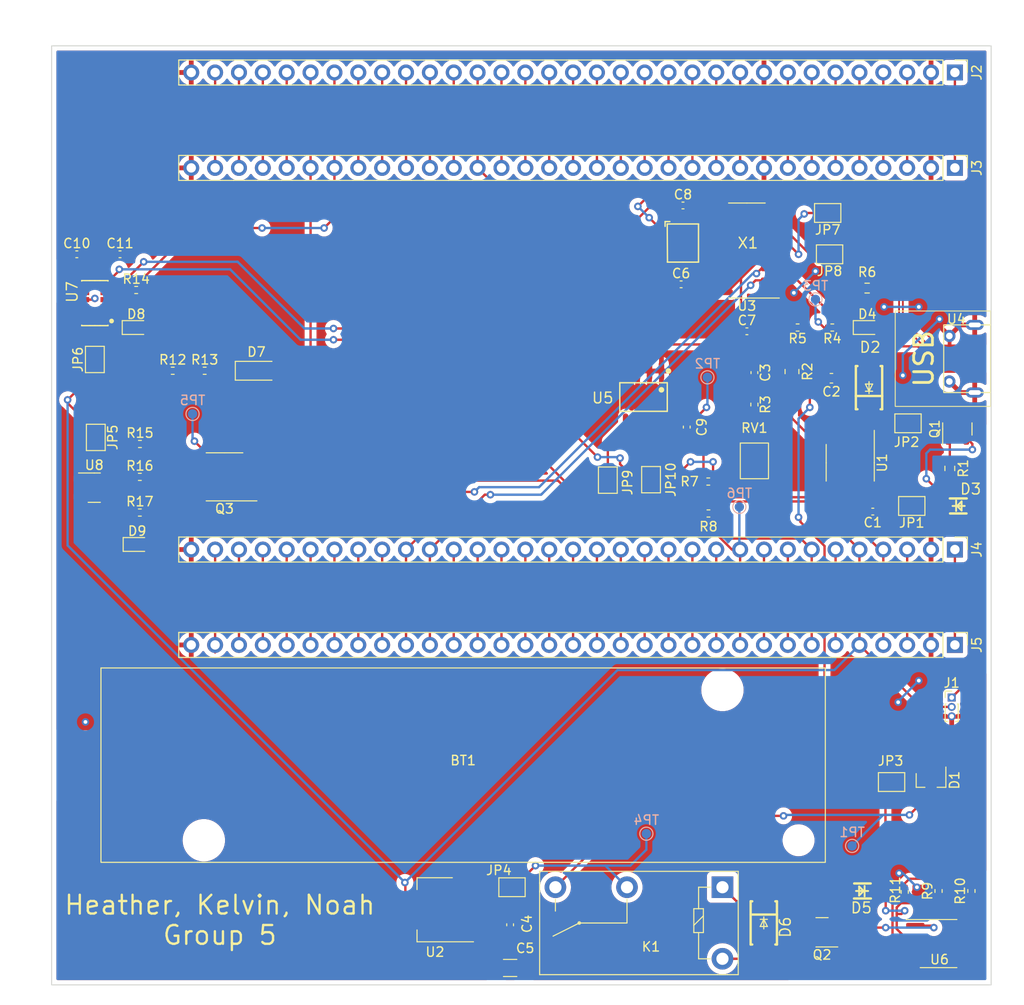
<source format=kicad_pcb>
(kicad_pcb (version 20211014) (generator pcbnew)
  (layers (0 "F.Cu" signal) (31 "B.Cu" signal) (34 "B.Paste" user) (35 "F.Paste" user) (36 "B.SilkS" user "B.Silkscreen") (37 "F.SilkS" user "F.Silkscreen") (38 "B.Mask" user) (39 "F.Mask" user) (44 "Edge.Cuts" user))
  (net 0 "")
  (net 1 "GND")
  (net 2 "/VBAT")
  (net 3 "/PC13")
  (net 4 "/PC14")
  (net 5 "/PC15")
  (net 6 "/PF0")
  (net 7 "/PF1")
  (net 8 "/NRST")
  (net 9 "/PC0")
  (net 10 "/PC1")
  (net 11 "/PC2")
  (net 12 "/PC3")
  (net 13 "/PA0")
  (net 14 "/PA1")
  (net 15 "/PA2")
  (net 16 "/PA3")
  (net 17 "/PF4")
  (net 18 "/PF5")
  (net 19 "/PA4")
  (net 20 "/PA5")
  (net 21 "/PA6")
  (net 22 "/PA7")
  (net 23 "/PC4")
  (net 24 "/PC5")
  (net 25 "/PB0")
  (net 26 "/PB1")
  (net 27 "/PB2")
  (net 28 "/PB10")
  (net 29 "/PB11")
  (net 30 "/PB12")
  (net 31 "/PB9")
  (net 32 "/PB8")
  (net 33 "VDD")
  (net 34 "/BOOT")
  (net 35 "/PB7")
  (net 36 "/PB6")
  (net 37 "/PB5")
  (net 38 "/PB4")
  (net 39 "/PB3")
  (net 40 "/PD2")
  (net 41 "/PC12")
  (net 42 "/PC11")
  (net 43 "/PC10")
  (net 44 "/PA15")
  (net 45 "/PA14")
  (net 46 "/PF7")
  (net 47 "/PF6")
  (net 48 "/PA13")
  (net 49 "/PA12")
  (net 50 "/PA11")
  (net 51 "/PA10")
  (net 52 "/PA9")
  (net 53 "/PA8")
  (net 54 "/PC9")
  (net 55 "/PC8")
  (net 56 "/PC7")
  (net 57 "/PC6")
  (net 58 "/PB15")
  (net 59 "/PB14")
  (net 60 "/PB13")
  (net 61 "/Power/Battery +")
  (net 62 "/Power/+5V jumped")
  (net 63 "Net-(C2-Pad1)")
  (net 64 "Net-(C3-Pad2)")
  (net 65 "/microcontroller_interfacing/+5V")
  (net 66 "Net-(C6-Pad1)")
  (net 67 "/Sensing/Proximity_Sensor/VCC")
  (net 68 "/Power/+5V (protected_jumped)")
  (net 69 "/Power/+5V (REVERSE PROTECTED)")
  (net 70 "Net-(D1-Pad2)")
  (net 71 "/Power/+5V (INPUT PROTECTED)")
  (net 72 "Net-(D4-Pad1)")
  (net 73 "Net-(D5-Pad1)")
  (net 74 "/+3V0")
  (net 75 "/+5V")
  (net 76 "/Power/Relay_OUT")
  (net 77 "/Sensing/Temperature_Sensor/3.3V")
  (net 78 "/microcontroller_interfacing/D+")
  (net 79 "/microcontroller_interfacing/D-")
  (net 80 "/Sensing/Temperature_Sensor/Vdd")
  (net 92 "Net-(C8-Pad1)")
  (net 93 "Net-(D3-Pad2)")
  (net 94 "Net-(D6-Pad1)")
  (net 95 "Net-(D7-Pad1)")
  (net 96 "Net-(D8-Pad2)")
  (net 97 "Net-(D9-Pad2)")
  (net 98 "Net-(JP2-Pad2)")
  (net 99 "Net-(JP7-Pad2)")
  (net 100 "Net-(JP8-Pad2)")
  (net 101 "Net-(JP9-Pad1)")
  (net 102 "Net-(JP10-Pad1)")
  (net 103 "Net-(Q2-Pad2)")
  (net 109 "Net-(R3-Pad2)")
  (net 110 "Net-(R10-Pad2)")
  (net 111 "Net-(R12-Pad2)")
  (net 112 "Net-(R15-Pad2)")
  (footprint "Package_SO:SOIC-16_3.9x9.9mm_P1.27mm" (layer "F.Cu") (at 158.2 85 180)
    (fp_text reference "U3")
    (fp_text value "CH340G")
  )
  (footprint "Footprint_EEE3088F:18650_Holder" (layer "F.Cu") (at 128 139.8)
    (fp_text reference "BT1")
    (fp_text value "18650")
  )
  (footprint "Jumper:SolderJumper-2_P1.3mm_Bridged2Bar_Pad1.0x1.5mm" (layer "F.Cu") (at 88.9 104.9 -90)
    (fp_text reference "JP5")
    (fp_text value "SolderJumper_2_Bridged")
  )
  (footprint "Diode_SMD:D_SOT-23_ANK" (layer "F.Cu") (at 177.8 141.4 -90)
    (fp_text reference "D1")
    (fp_text value "BAT54S")
  )
  (footprint "Capacitor_SMD:C_0402_1005Metric" (layer "F.Cu") (at 86.88 85.4)
    (fp_text reference "C10")
    (fp_text value "100nF")
  )
  (footprint "Resistor_SMD:R_0402_1005Metric" (layer "F.Cu") (at 93.6 105.6)
    (fp_text reference "R15")
    (fp_text value "330")
  )
  (footprint "Resistor_SMD:R_0603_1608Metric" (layer "F.Cu") (at 179.8 108.2 -90)
    (fp_text reference "R1")
    (fp_text value "100")
  )
  (footprint "Jumper:SolderJumper-2_P1.3mm_Bridged2Bar_Pad1.0x1.5mm" (layer "F.Cu") (at 166.8 81 180)
    (fp_text reference "JP7")
    (fp_text value "SolderJumper_2_Bridged")
  )
  (footprint "Package_TO_SOT_SMD:SOT-23" (layer "F.Cu") (at 180.6 104 90)
    (fp_text reference "Q1")
    (fp_text value "AO3401A")
  )
  (footprint "Footprint_EEE3088F:LGA-12_L4.8-W2.8-P0.75-BL" (layer "F.Cu") (at 88.8 90.6 90)
    (fp_text reference "U7")
    (fp_text value "VL6180XV0NR_1" hide)
  )
  (footprint "Footprint_EEE3088F:C404969_Micro_USB" (layer "F.Cu") (at 184.15 96.52 -90)
    (fp_text reference "U4")
    (fp_text value "USB_Micro_B")
  )
  (footprint "Resistor_SMD:R_0402_1005Metric" (layer "F.Cu") (at 154.09 109.6)
    (fp_text reference "R7")
    (fp_text value "10k")
  )
  (footprint "Capacitor_SMD:C_0603_1608Metric" (layer "F.Cu") (at 167.2 98.6 180)
    (fp_text reference "C2")
    (fp_text value "22uF")
  )
  (footprint "Resistor_SMD:R_0402_1005Metric" (layer "F.Cu") (at 167.29 93.2 180)
    (fp_text reference "R4")
    (fp_text value "2.7k")
  )
  (footprint "Capacitor_SMD:C_0402_1005Metric" (layer "F.Cu") (at 151.2 88.6)
    (fp_text reference "C6")
    (fp_text value "33pF")
  )
  (footprint "Jumper:SolderJumper-2_P1.3mm_Bridged2Bar_Pad1.0x1.5mm" (layer "F.Cu") (at 148 109.4 -90)
    (fp_text reference "JP10")
    (fp_text value "SolderJumper_2_Bridged")
  )
  (footprint "Diode_SMD:D_SOD-123" (layer "F.Cu") (at 106 97.8)
    (fp_text reference "D7")
    (fp_text value "BZT52C3V0")
  )
  (footprint "Package_SO:SOIC-8_3.9x4.9mm_P1.27mm" (layer "F.Cu") (at 169.2 107.6 -90)
    (fp_text reference "U1")
    (fp_text value "LP2951-33DR")
  )
  (footprint "Package_SO:SOIC-8_3.9x4.9mm_P1.27mm" (layer "F.Cu") (at 102.6 109.1 180)
    (fp_text reference "Q3")
    (fp_text value "FDS6690A")
  )
  (footprint "Resistor_SMD:R_0402_1005Metric" (layer "F.Cu") (at 93.59 112.9)
    (fp_text reference "R17")
    (fp_text value "10k")
  )
  (footprint "Resistor_SMD:R_0402_1005Metric" (layer "F.Cu") (at 97.09 97.8)
    (fp_text reference "R12")
    (fp_text value "330")
  )
  (footprint "Jumper:SolderJumper-2_P1.3mm_Bridged2Bar_Pad1.0x1.5mm" (layer "F.Cu") (at 167 85.4 180)
    (fp_text reference "JP8")
    (fp_text value "SolderJumper_2_Bridged")
  )
  (footprint "Jumper:SolderJumper-2_P1.3mm_Bridged2Bar_Pad1.0x1.5mm" (layer "F.Cu") (at 88.8 96.6 90)
    (fp_text reference "JP6")
    (fp_text value "SolderJumper_2_Bridged")
  )
  (footprint "Jumper:SolderJumper-2_P1.3mm_Bridged2Bar_Pad1.0x1.5mm" (layer "F.Cu") (at 143.4 109.45 -90)
    (fp_text reference "JP9")
    (fp_text value "SolderJumper_2_Bridged")
  )
  (footprint "Footprint_EEE3088F:LL-34_L3.5-W1.5-RD" (layer "F.Cu") (at 170.5 153.2 180)
    (fp_text reference "D5")
    (fp_text value "ZMM4V7-M" hide)
  )
  (footprint "Connector_PinHeader_2.54mm:PinHeader_1x33_P2.54mm_Vertical" (layer "F.Cu") (at 180.34 76.2 -90)
    (fp_text reference "J3")
    (fp_text value "Conn_01x33_Female")
  )
  (footprint "Package_TO_SOT_SMD:SOT-23" (layer "F.Cu") (at 88.7375 110.25)
    (fp_text reference "U8")
    (fp_text value "MCP9700T-ETT")
  )
  (footprint "Footprint_EEE3088F:DO-214AC_L4.3-W2.7-LS5.3-RD" (layer "F.Cu") (at 171.2 99.6 90)
    (fp_text reference "D2")
    (fp_text value "DIODE" hide)
  )
  (footprint "Resistor_SMD:R_0402_1005Metric" (layer "F.Cu") (at 163.6 93.2 180)
    (fp_text reference "R5")
    (fp_text value "4.7k")
  )
  (footprint "Resistor_SMD:R_0402_1005Metric" (layer "F.Cu") (at 159 101.4 -90)
    (fp_text reference "R3")
    (fp_text value "806K")
  )
  (footprint "Resistor_SMD:R_0402_1005Metric" (layer "F.Cu") (at 154.11 113 180)
    (fp_text reference "R8")
    (fp_text value "10k")
  )
  (footprint "Footprint_EEE3088F:DO-214AC_L4.3-W2.7-LS5.3-RD" (layer "F.Cu") (at 160 156.6 -90)
    (fp_text reference "D6")
    (fp_text value "DIODE" hide)
  )
  (footprint "LED_SMD:LED_0603_1608Metric" (layer "F.Cu") (at 93.2 93.2)
    (fp_text reference "D8")
    (fp_text value "LED")
  )
  (footprint "Package_SO:SOIC-8_3.9x4.9mm_P1.27mm" (layer "F.Cu") (at 178.6 158.8)
    (fp_text reference "U6")
    (fp_text value "LM358DR2G")
  )
  (footprint "Resistor_SMD:R_0402_1005Metric" (layer "F.Cu") (at 93.59 109.1)
    (fp_text reference "R16")
    (fp_text value "220")
  )
  (footprint "Relay_THT:Relay_SPST_Omron-G5Q-1A" (layer "F.Cu") (at 155.6 152.8 180)
    (fp_text reference "K1")
    (fp_text value "ADW11")
  )
  (footprint "Connector_PinHeader_2.54mm:PinHeader_1x33_P2.54mm_Vertical" (layer "F.Cu") (at 180.34 66.04 -90)
    (fp_text reference "J2")
    (fp_text value "Conn_01x33_Female")
  )
  (footprint "Capacitor_SMD:C_0402_1005Metric" (layer "F.Cu") (at 133 156.8 -90)
    (fp_text reference "C4")
    (fp_text value "0.1uF")
  )
  (footprint "Resistor_SMD:R_0603_1608Metric" (layer "F.Cu") (at 171 89)
    (fp_text reference "R6")
    (fp_text value "82")
  )
  (footprint "Jumper:SolderJumper-2_P1.3mm_Bridged2Bar_Pad1.0x1.5mm" (layer "F.Cu") (at 175.35 103.4)
    (fp_text reference "JP2")
    (fp_text value "SolderJumper_2_Bridged")
  )
  (footprint "Capacitor_SMD:C_1206_3216Metric" (layer "F.Cu") (at 133 161.4 180)
    (fp_text reference "C5")
    (fp_text value "100uF")
  )
  (footprint "LED_SMD:LED_0603_1608Metric" (layer "F.Cu") (at 93.3 116.3)
    (fp_text reference "D9")
    (fp_text value "LED")
  )
  (footprint "Package_TO_SOT_SMD:SOT-23" (layer "F.Cu") (at 166.2 157.6 180)
    (fp_text reference "Q2")
    (fp_text value "2N3904")
  )
  (footprint "Capacitor_SMD:C_0402_1005Metric" (layer "F.Cu") (at 91.48 85.4)
    (fp_text reference "C11")
    (fp_text value "4.7nF")
  )
  (footprint "Resistor_SMD:R_0402_1005Metric" (layer "F.Cu") (at 182.1 153.2 90)
    (fp_text reference "R10")
    (fp_text value "1k")
  )
  (footprint "Connector_PinHeader_2.54mm:PinHeader_1x33_P2.54mm_Vertical" (layer "F.Cu") (at 180.34 127 -90)
    (fp_text reference "J5")
    (fp_text value "Conn_01x33_Female")
  )
  (footprint "Footprint_EEE3088F:SOIC-8_L4.9-W3.9-P1.27-LS6.0-BL" (layer "F.Cu") (at 147.2 100.6 180)
    (fp_text reference "U5")
    (fp_text value "AT24C256C-SSHL-T" hide)
  )
  (footprint "Capacitor_SMD:C_0402_1005Metric" (layer "F.Cu") (at 159 98 -90)
    (fp_text reference "C3")
    (fp_text value "330pF")
  )
  (footprint "Footprint_EEE3088F:LL-34_L3.5-W1.5-RD" (layer "F.Cu") (at 180.7 112.2)
    (fp_text reference "D3")
    (fp_text value "ZMM5V1-M" hide)
  )
  (footprint "Jumper:SolderJumper-2_P1.3mm_Bridged2Bar_Pad1.0x1.5mm" (layer "F.Cu") (at 175.75 112.2 180)
    (fp_text reference "JP1")
    (fp_text value "SolderJumper_2_Bridged")
  )
  (footprint "Connector_PinHeader_2.54mm:PinHeader_1x33_P2.54mm_Vertical" (layer "F.Cu") (at 180.34 116.84 -90)
    (fp_text reference "J4")
    (fp_text value "Conn_01x33_Female")
  )
  (footprint "Resistor_SMD:R_0805_2012Metric" (layer "F.Cu") (at 163 97.8875 -90)
    (fp_text reference "R2")
    (fp_text value "2M")
  )
  (footprint "Capacitor_SMD:C_0402_1005Metric" (layer "F.Cu") (at 151.8 103.8 -90)
    (fp_text reference "C9")
    (fp_text value "0.1uF")
  )
  (footprint "Capacitor_SMD:C_0402_1005Metric" (layer "F.Cu") (at 151.4 80.2)
    (fp_text reference "C8")
    (fp_text value "33pF")
  )
  (footprint "Resistor_SMD:R_0402_1005Metric" (layer "F.Cu") (at 178.6 153.2 90)
    (fp_text reference "R9")
    (fp_text value "150")
  )
  (footprint "Footprint_EEE3088F:OSC-SMD_4P-L3.2-W2.5-BL" (layer "F.Cu") (at 151.4 84.2 -90)
    (fp_text reference "X1")
    (fp_text value "12MHz Crystal" hide)
  )
  (footprint "Capacitor_SMD:C_0402_1005Metric" (layer "F.Cu") (at 171.6 112.8 180)
    (fp_text reference "C1")
    (fp_text value "0.1uF")
  )
  (footprint "Connector_PinHeader_1.00mm:PinHeader_1x03_P1.00mm_Vertical" (layer "F.Cu") (at 180 132.6)
    (fp_text reference "J1")
    (fp_text value "Conn_01x03_Female")
  )
  (footprint "Jumper:SolderJumper-2_P1.3mm_Bridged2Bar_Pad1.0x1.5mm" (layer "F.Cu") (at 173.6 141.6)
    (fp_text reference "JP3")
    (fp_text value "SolderJumper_2_Bridged")
  )
  (footprint "Resistor_SMD:R_0402_1005Metric" (layer "F.Cu") (at 93.2 89.2)
    (fp_text reference "R14")
    (fp_text value "10k")
  )
  (footprint "Resistor_SMD:R_0402_1005Metric" (layer "F.Cu") (at 175 153.3 -90)
    (fp_text reference "R11")
    (fp_text value "100k")
  )
  (footprint "Capacitor_SMD:C_0402_1005Metric" (layer "F.Cu") (at 158.2 93.6)
    (fp_text reference "C7")
    (fp_text value "10nF")
  )
  (footprint "Resistor_SMD:R_0402_1005Metric" (layer "F.Cu") (at 100.49 97.8)
    (fp_text reference "R13")
    (fp_text value "330")
  )
  (footprint "Jumper:SolderJumper-2_P1.3mm_Bridged2Bar_Pad1.0x1.5mm" (layer "F.Cu") (at 133.2 152.8 180)
    (fp_text reference "JP4")
    (fp_text value "SolderJumper_2_Bridged")
  )
  (footprint "Package_TO_SOT_SMD:SOT-223-3_TabPin2" (layer "F.Cu") (at 125 155.2 180)
    (fp_text reference "U2")
    (fp_text value "AMS1117")
  )
  (footprint "LED_SMD:LED_0603_1608Metric" (layer "F.Cu") (at 171.0125 93.2)
    (fp_text reference "D4")
    (fp_text value "LED")
  )
  (footprint "Footprint_EEE3088F:VG039NCHXTB503" (layer "F.Cu") (at 159 107.4)
    (fp_text reference "RV1")
    (fp_text value "50K")
  )
  (footprint "TestPoint:TestPoint_Pad_D1.0mm" (layer "B.Cu") (at 154 98.5 180)
    (fp_text reference "TP2")
    (fp_text value "TestPoint")
  )
  (footprint "TestPoint:TestPoint_Pad_D1.0mm" (layer "B.Cu") (at 157.4 112.3 180)
    (fp_text reference "TP6")
    (fp_text value "TestPoint")
  )
  (footprint "TestPoint:TestPoint_Pad_D1.0mm" (layer "B.Cu") (at 169.4 148.4 180)
    (fp_text reference "TP1")
    (fp_text value "TestPoint")
  )
  (footprint "TestPoint:TestPoint_Pad_D1.0mm" (layer "B.Cu") (at 99.2 102.4 180)
    (fp_text reference "TP5")
    (fp_text value "TestPoint")
  )
  (footprint "TestPoint:TestPoint_Pad_D1.0mm" (layer "B.Cu") (at 165.5 90.2 180)
    (fp_text reference "TP3")
    (fp_text value "TestPoint")
  )
  (footprint "TestPoint:TestPoint_Pad_D1.0mm" (layer "B.Cu") (at 147.5 147.1 180)
    (fp_text reference "TP4")
    (fp_text value "TestPoint")
  )
  (gr_rect (start 173.99 91.44) (end 184.15 101.6) (layer "F.SilkS") (width 0.1) (fill none))
  (gr_rect (start 84.2 63.2) (end 184.2 163.2) (layer "Edge.Cuts") (width 0.1) (fill none))
  (gr_text "USB" (at 177.038 96.52 90) (layer "F.SilkS") (effects (font (size 2 2) (thickness 0.3))))
  (gr_text "Heather, Kelvin, Noah\nGroup 5" (at 102.1 156.3) (layer "F.SilkS") (effects (font (size 2 2) (thickness 0.25))))
  (segment (start 88.65 139.8) (end 88.65 136.05) (width 0.25) (layer "F.Cu") (net 1))
  (segment (start 99.06 116.84) (end 99.06 127) (width 0.25) (layer "F.Cu") (net 1))
  (segment (start 88.65 136.05) (end 87.8 135.2) (width 0.25) (layer "F.Cu") (net 1))
  (segment (start 177.8 116.84) (end 177.8 127) (width 0.25) (layer "F.Cu") (net 1))
  (segment (start 99.06 66.04) (end 99.06 76.2) (width 0.25) (layer "F.Cu") (net 1))
  (segment (start 87.8 90.225) (end 88.675 90.225) (width 0.25) (layer "F.Cu") (net 1))
  (segment (start 88.675 90.225) (end 88.8 90.1) (width 0.25) (layer "F.Cu") (net 1))
  (segment (start 177.8 66.04) (end 177.8 76.2) (width 0.25) (layer "F.Cu") (net 1))
  (segment (start 160.02 66.04) (end 160.02 76.2) (width 0.25) (layer "F.Cu") (net 1))
  (via (at 87.8 135.2) (size 0.8) (drill 0.4) (layers "F.Cu" "B.Cu") (net 1))
  (via (at 163.2 89.5) (size 0.8) (drill 0.4) (layers "F.Cu" "B.Cu") (net 1))
  (via (at 174.8 98.3) (size 0.8) (drill 0.4) (layers "F.Cu" "B.Cu") (net 1))
  (via (at 176.5 130.8) (size 0.8) (drill 0.4) (layers "F.Cu" "B.Cu") (net 1))
  (via (at 88.8 90.1) (size 0.8) (drill 0.4) (layers "F.Cu" "B.Cu") (net 1))
  (via (at 176.5 91) (size 0.8) (drill 0.4) (layers "F.Cu" "B.Cu") (net 1))
  (via (at 172.8 91) (size 0.8) (drill 0.4) (layers "F.Cu" "B.Cu") (net 1))
  (via (at 174.3 133.1) (size 0.8) (drill 0.4) (layers "F.Cu" "B.Cu") (net 1))
  (via (at 174.4 151.3) (size 0.8) (drill 0.4) (layers "F.Cu" "B.Cu") (net 1))
  (via (at 165.5 87.2) (size 0.8) (drill 0.4) (layers "F.Cu" "B.Cu") (net 1))
  (via (at 178.7 92.3) (size 0.8) (drill 0.4) (layers "F.Cu" "B.Cu") (net 1))
  (via (at 176.3 152.8) (size 0.8) (drill 0.4) (layers "F.Cu" "B.Cu") (net 1))
  (segment (start 174.8 96.1) (end 174.8 98.3) (width 0.25) (layer "B.Cu") (net 1))
  (segment (start 163.2 89.5) (end 165.5 87.2) (width 0.25) (layer "B.Cu") (net 1))
  (segment (start 174.3 133) (end 174.3 133.1) (width 0.25) (layer "B.Cu") (net 1))
  (segment (start 172.8 91) (end 176.5 91) (width 0.25) (layer "B.Cu") (net 1))
  (segment (start 178.7 92.3) (end 174.8 96.1) (width 0.25) (layer "B.Cu") (net 1))
  (segment (start 176.3 152.8) (end 174.8 151.3) (width 0.25) (layer "B.Cu") (net 1))
  (segment (start 174.8 151.3) (end 174.4 151.3) (width 0.25) (layer "B.Cu") (net 1))
  (segment (start 176.5 130.8) (end 174.3 133) (width 0.25) (layer "B.Cu") (net 1))
  (segment (start 175.26 66.04) (end 175.26 76.2) (width 0.25) (layer "F.Cu") (net 2))
  (segment (start 172.72 66.04) (end 172.72 76.2) (width 0.25) (layer "F.Cu") (net 3))
  (segment (start 170.18 66.04) (end 170.18 76.2) (width 0.25) (layer "F.Cu") (net 4))
  (segment (start 167.64 66.04) (end 167.64 76.2) (width 0.25) (layer "F.Cu") (net 5))
  (segment (start 165.1 66.04) (end 165.1 76.2) (width 0.25) (layer "F.Cu") (net 6))
  (segment (start 162.56 66.04) (end 162.56 76.2) (width 0.25) (layer "F.Cu") (net 7))
  (segment (start 157.48 66.04) (end 157.48 76.2) (width 0.25) (layer "F.Cu") (net 8))
  (segment (start 154.94 66.04) (end 154.94 76.2) (width 0.25) (layer "F.Cu") (net 9))
  (segment (start 152.4 66.04) (end 152.4 76.2) (width 0.25) (layer "F.Cu") (net 10))
  (segment (start 149.86 66.04) (end 149.86 76.2) (width 0.25) (layer "F.Cu") (net 11))
  (segment (start 147.32 66.04) (end 147.32 76.2) (width 0.25) (layer "F.Cu") (net 12))
  (segment (start 144.78 66.04) (end 144.78 76.2) (width 0.25) (layer "F.Cu") (net 13))
  (segment (start 142.24 66.04) (end 142.24 76.2) (width 0.25) (layer "F.Cu") (net 14))
  (segment (start 139.7 66.04) (end 139.7 76.2) (width 0.25) (layer "F.Cu") (net 15))
  (segment (start 137.16 66.04) (end 137.16 76.2) (width 0.25) (layer "F.Cu") (net 16))
  (segment (start 134.62 66.04) (end 134.62 76.2) (width 0.25) (layer "F.Cu") (net 17))
  (segment (start 132.08 66.04) (end 132.08 76.2) (width 0.25) (layer "F.Cu") (net 18))
  (segment (start 164.98 95) (end 162.1 95) (width 0.25) (layer "F.Cu") (net 19))
  (segment (start 129.54 66.04) (end 129.54 76.2) (width 0.25) (layer "F.Cu") (net 19))
  (segment (start 148.34 95) (end 129.54 76.2) (width 0.25) (layer "F.Cu") (net 19))
  (segment (start 162.1 95) (end 148.34 95) (width 0.25) (layer "F.Cu") (net 19))
  (segment (start 166.78 93.2) (end 164.98 95) (width 0.25) (layer "F.Cu") (net 19))
  (segment (start 164.11 93.2) (end 162.31 95) (width 0.25) (layer "F.Cu") (net 19))
  (segment (start 162.31 95) (end 162.1 95) (width 0.25) (layer "F.Cu") (net 19))
  (segment (start 166.78 93.2) (end 166.4 93.2) (width 0.25) (layer "F.Cu") (net 19))
  (segment (start 166.4 93.2) (end 165.8 92.6) (width 0.25) (layer "F.Cu") (net 19))
  (via (at 165.8 92.6) (size 0.8) (drill 0.4) (layers "F.Cu" "B.Cu") (net 19))
  (segment (start 165.5 92.3) (end 165.5 90.2) (width 0.25) (layer "B.Cu") (net 19))
  (segment (start 165.8 92.6) (end 165.5 92.3) (width 0.25) (layer "B.Cu") (net 19))
  (segment (start 127 66.04) (end 127 76.2) (width 0.25) (layer "F.Cu") (net 20))
  (segment (start 124.46 66.04) (end 124.46 76.2) (width 0.25) (layer "F.Cu") (net 21))
  (segment (start 121.92 66.04) (end 121.92 76.2) (width 0.25) (layer "F.Cu") (net 22))
  (segment (start 119.38 66.04) (end 119.38 76.2) (width 0.25) (layer "F.Cu") (net 23))
  (segment (start 116.84 66.04) (end 116.84 76.2) (width 0.25) (layer "F.Cu") (net 24))
  (segment (start 99.29 82.6) (end 106.6 82.6) (width 0.25) (layer "F.Cu") (net 25))
  (segment (start 113.2 82.6) (end 114.3 81.5) (width 0.25) (layer "F.Cu") (net 25))
  (segment (start 114.3 81.5) (end 114.3 76.2) (width 0.25) (layer "F.Cu") (net 25))
  (segment (start 89.8 90.225) (end 91.665 90.225) (width 0.25) (layer "F.Cu") (net 25))
  (segment (start 114.3 66.04) (end 114.3 76.2) (width 0.25) (layer "F.Cu") (net 25))
  (segment (start 92.69 89.2) (end 99.29 82.6) (width 0.25) (layer "F.Cu") (net 25))
  (segment (start 91.665 90.225) (end 92.69 89.2) (width 0.25) (layer "F.Cu") (net 25))
  (via (at 106.6 82.6) (size 0.8) (drill 0.4) (layers "F.Cu" "B.Cu") (net 25))
  (via (at 113.2 82.6) (size 0.8) (drill 0.4) (layers "F.Cu" "B.Cu") (net 25))
  (segment (start 106.6 82.6) (end 113.2 82.6) (width 0.25) (layer "B.Cu") (net 25))
  (segment (start 105.075 105.025) (end 111.76 98.34) (width 0.25) (layer "F.Cu") (net 26))
  (segment (start 105.075 107.195) (end 105.075 105.025) (width 0.25) (layer "F.Cu") (net 26))
  (segment (start 111.76 66.04) (end 111.76 76.2) (width 0.25) (layer "F.Cu") (net 26))
  (segment (start 111.76 98.34) (end 111.76 76.2) (width 0.25) (layer "F.Cu") (net 26))
  (segment (start 109.22 66.04) (end 109.22 76.2) (width 0.25) (layer "F.Cu") (net 27))
  (segment (start 106.68 66.04) (end 106.68 76.2) (width 0.25) (layer "F.Cu") (net 28))
  (segment (start 104.14 66.04) (end 104.14 76.44) (width 0.25) (layer "F.Cu") (net 29))
  (segment (start 101.6 66.04) (end 101.6 76.2) (width 0.25) (layer "F.Cu") (net 30))
  (segment (start 175.26 116.84) (end 175.26 127) (width 0.25) (layer "F.Cu") (net 31))
  (segment (start 128.6 93.3) (end 142.3 107) (width 0.25) (layer "F.Cu") (net 32))
  (segment (start 152.2 107.5) (end 149.65 110.05) (width 0.25) (layer "F.Cu") (net 32))
  (segment (start 90.725 89.475) (end 94 86.2) (width 0.25) (layer "F.Cu") (net 32))
  (segment (start 144.7 107.1) (end 144.7 107.75) (width 0.25) (layer "F.Cu") (net 32))
  (segment (start 166.77048 111.27048) (end 172.34 116.84) (width 0.25) (layer "F.Cu") (net 32))
  (segment (start 154.6 109.6) (end 154.6 107.5) (width 0.25) (layer "F.Cu") (net 32))
  (segment (start 147 110.05) (end 148 110.05) (width 0.25) (layer "F.Cu") (net 32))
  (segment (start 114.2 93.3) (end 128.6 93.3) (width 0.25) (layer "F.Cu") (net 32))
  (segment (start 172.72 116.84) (end 172.72 127) (width 0.25) (layer "F.Cu") (net 32))
  (segment (start 154.6 109.6) (end 156.27048 111.27048) (width 0.25) (layer "F.Cu") (net 32))
  (segment (start 156.27048 111.27048) (end 166.77048 111.27048) (width 0.25) (layer "F.Cu") (net 32))
  (segment (start 144.7 107.75) (end 147 110.05) (width 0.25) (layer "F.Cu") (net 32))
  (segment (start 149.65 110.05) (end 148 110.05) (width 0.25) (layer "F.Cu") (net 32))
  (segment (start 89.8 89.475) (end 90.725 89.475) (width 0.25) (layer "F.Cu") (net 32))
  (segment (start 172.34 116.84) (end 172.72 116.84) (width 0.25) (layer "F.Cu") (net 32))
  (via (at 142.3 107) (size 0.8) (drill 0.4) (layers "F.Cu" "B.Cu") (net 32))
  (via (at 94 86.2) (size 0.8) (drill 0.4) (layers "F.Cu" "B.Cu") (net 32))
  (via (at 154.6 107.5) (size 0.8) (drill 0.4) (layers "F.Cu" "B.Cu") (net 32))
  (via (at 114.2 93.3) (size 0.8) (drill 0.4) (layers "F.Cu" "B.Cu") (net 32))
  (via (at 144.7 107.1) (size 0.8) (drill 0.4) (layers "F.Cu" "B.Cu") (net 32))
  (via (at 152.2 107.5) (size 0.8) (drill 0.4) (layers "F.Cu" "B.Cu") (net 32))
  (segment (start 111.1 93.3) (end 114.2 93.3) (width 0.25) (layer "B.Cu") (net 32))
  (segment (start 94 86.2) (end 103.9 86.2) (width 0.25) (layer "B.Cu") (net 32))
  (segment (start 104 86.2) (end 111.1 93.3) (width 0.25) (layer "B.Cu") (net 32))
  (segment (start 103.9 86.2) (end 104 86.2) (width 0.25) (layer "B.Cu") (net 32))
  (segment (start 142.3 107) (end 144.6 107) (width 0.25) (layer "B.Cu") (net 32))
  (segment (start 144.6 107) (end 144.7 107.1) (width 0.25) (layer "B.Cu") (net 32))
  (segment (start 154.6 107.5) (end 152.2 107.5) (width 0.25) (layer "B.Cu") (net 32))
  (segment (start 134.35 161.4) (end 134.475 161.4) (width 0.25) (layer "F.Cu") (net 33))
  (segment (start 154.62 113) (end 154.62 111.72) (width 0.25) (layer "F.Cu") (net 33))
  (segment (start 151.80693 103.32) (end 151.8 103.32) (width 0.25) (layer "F.Cu") (net 33))
  (segment (start 154.62 111.72) (end 165.06 111.72) (width 0.25) (layer "F.Cu") (net 33))
  (segment (start 153.58 105.09307) (end 151.80693 103.32) (width 0.25) (layer "F.Cu") (net 33))
  (segment (start 153.58 109.6) (end 153.58 105.09307) (width 0.25) (layer "F.Cu") (net 33))
  (segment (start 121.85 155.2) (end 128.15 155.2) (width 0.25) (layer "F.Cu") (net 33))
  (segment (start 121.85 155.2) (end 121.85 152.35) (width 0.25) (layer "F.Cu") (net 33))
  (segment (start 176.78 133.6) (end 180 133.6) (width 0.25) (layer "F.Cu") (net 33))
  (segment (start 151.8 103.32) (end 152.28 103.32) (width 0.25) (layer "F.Cu") (net 33))
  (segment (start 85.9 100.9) (end 85.9 101.25) (width 0.25) (layer "F.Cu") (net 33))
  (segment (start 154.62 110.64) (end 153.58 109.6) (width 0.25) (layer "F.Cu") (net 33))
  (segment (start 170.18 116.84) (end 170.18 127) (width 0.25) (layer "F.Cu") (net 33))
  (segment (start 165.06 111.72) (end 170.18 116.84) (width 0.25) (layer "F.Cu") (net 33))
  (segment (start 152.28 103.32) (end 153.9 101.7) (width 0.25) (layer "F.Cu") (net 33))
  (segment (start 121.85 152.35) (end 121.8 152.3) (width 0.25) (layer "F.Cu") (net 33))
  (segment (start 128.15 155.2) (end 134.35 161.4) (width 0.25) (layer "F.Cu") (net 33))
  (segment (start 85.9 100.9) (end 88.8 98) (width 0.25) (layer "F.Cu") (net 33))
  (segment (start 154.62 111.72) (end 154.62 110.64) (width 0.25) (layer "F.Cu") (net 33))
  (segment (start 88.8 98) (end 88.8 97.25) (width 0.25) (layer "F.Cu") (net 33))
  (segment (start 170.18 127) (end 176.78 133.6) (width 0.25) (layer "F.Cu") (net 33))
  (segment (start 149.105 103.372) (end 151.748 103.372) (width 0.25) (layer "F.Cu") (net 33))
  (segment (start 151.748 103.372) (end 151.8 103.32) (width 0.25) (layer "F.Cu") (net 33))
  (segment (start 85.9 101.25) (end 88.9 104.25) (width 0.25) (layer "F.Cu") (net 33))
  (via (at 153.9 101.7) (size 0.8) (drill 0.4) (layers "F.Cu" "B.Cu") (net 33))
  (via (at 85.9 100.9) (size 0.8) (drill 0.4) (layers "F.Cu" "B.Cu") (net 33))
  (via (at 121.8 152.3) (size 0.8) (drill 0.4) (layers "F.Cu" "B.Cu") (net 33))
  (segment (start 85.9 116.4) (end 85.9 100.9) (width 0.25) (layer "B.Cu") (net 33))
  (segment (start 144.424521 129.675479) (end 167.504521 129.675479) (width 0.25) (layer "B.Cu") (net 33))
  (segment (start 154 101.6) (end 154 98.5) (width 0.25) (layer "B.Cu") (net 33))
  (segment (start 121.8 152.3) (end 85.9 116.4) (width 0.25) (layer "B.Cu") (net 33))
  (segment (start 153.9 101.7) (end 154 101.6) (width 0.25) (layer "B.Cu") (net 33))
  (segment (start 121.8 152.3) (end 144.424521 129.675479) (width 0.25) (layer "B.Cu") (net 33))
  (segment (start 167.504521 129.675479) (end 170.18 127) (width 0.25) (layer "B.Cu") (net 33))
  (segment (start 167.64 116.84) (end 167.64 127) (width 0.25) (layer "F.Cu") (net 34))
  (segment (start 153.6 113) (end 156.265489 115.665489) (width 0.25) (layer "F.Cu") (net 35))
  (segment (start 123.735718 94.5) (end 114.2 94.5) (width 0.25) (layer "F.Cu") (net 35))
  (segment (start 143.4 110.1) (end 139.335718 110.1) (width 0.25) (layer "F.Cu") (net 35))
  (segment (start 165.1 116.84) (end 165.1 127) (width 0.25) (layer "F.Cu") (net 35))
  (segment (start 124.535718 95.3) (end 123.735718 94.5) (width 0.25) (layer "F.Cu") (net 35))
  (segment (start 153.6 113) (end 146.3 113) (width 0.25) (layer "F.Cu") (net 35))
  (segment (start 146.3 113) (end 143.4 110.1) (width 0.25) (layer "F.Cu") (net 35))
  (segment (start 91.4 87) (end 91.4 87.125) (width 0.25) (layer "F.Cu") (net 35))
  (segment (start 139.335718 110.1) (end 124.535718 95.3) (width 0.25) (layer "F.Cu") (net 35))
  (segment (start 163.925489 115.665489) (end 165.1 116.84) (width 0.25) (layer "F.Cu") (net 35))
  (segment (start 91.4 87.125) (end 89.8 88.725) (width 0.25) (layer "F.Cu") (net 35))
  (segment (start 156.265489 115.665489) (end 163.925489 115.665489) (width 0.25) (layer "F.Cu") (net 35))
  (via (at 91.4 87) (size 0.8) (drill 0.4) (layers "F.Cu" "B.Cu") (net 35))
  (via (at 114.2 94.5) (size 0.8) (drill 0.4) (layers "F.Cu" "B.Cu") (net 35))
  (segment (start 103.2 87) (end 91.4 87) (width 0.25) (layer "B.Cu") (net 35))
  (segment (start 110.7 94.5) (end 106 89.8) (width 0.25) (layer "B.Cu") (net 35))
  (segment (start 106 89.8) (end 103.2 87) (width 0.25) (layer "B.Cu") (net 35))
  (segment (start 111.1 94.5) (end 110.7 94.5) (width 0.25) (layer "B.Cu") (net 35))
  (segment (start 114.2 94.5) (end 111.1 94.5) (width 0.25) (layer "B.Cu") (net 35))
  (segment (start 162.56 116.84) (end 162.56 127) (width 0.25) (layer "F.Cu") (net 36))
  (segment (start 160.02 116.84) (end 160.02 127) (width 0.25) (layer "F.Cu") (net 37))
  (segment (start 93.08 112.9) (end 93.08 112.52) (width 0.25) (layer "F.Cu") (net 38))
  (segment (start 93.08 112.52) (end 93.6 112) (width 0.25) (layer "F.Cu") (net 38))
  (segment (start 138.1 109.5) (end 142.5 113.9) (width 0.25) (layer "F.Cu") (net 38))
  (segment (start 96.8 112.7) (end 123.8 112.7) (width 0.25) (layer "F.Cu") (net 38))
  (segment (start 87.8 111.2) (end 89.5 112.9) (width 0.25) (layer "F.Cu") (net 38))
  (segment (start 89.5 112.9) (end 93.08 112.9) (width 0.25) (layer "F.Cu") (net 38))
  (segment (start 157.48 116.84) (end 157.48 127) (width 0.25) (layer "F.Cu") (net 38))
  (segment (start 123.8 112.7) (end 127 109.5) (width 0.25) (layer "F.Cu") (net 38))
  (segment (start 96.1 112) (end 96.8 112.7) (width 0.25) (layer "F.Cu") (net 38))
  (segment (start 142.5 113.9) (end 153.66101 113.9) (width 0.25) (layer "F.Cu") (net 38))
  (segment (start 153.66101 113.9) (end 156.60101 116.84) (width 0.25) (layer "F.Cu") (net 38))
  (segment (start 127 109.5) (end 138.1 109.5) (width 0.25) (layer "F.Cu") (net 38))
  (segment (start 93.6 112) (end 96.1 112) (width 0.25) (layer "F.Cu") (net 38))
  (segment (start 156.60101 116.84) (end 157.48 116.84) (width 0.25) (layer "F.Cu") (net 38))
  (segment (start 157.4 112.3) (end 157.4 116.76) (width 0.25) (layer "B.Cu") (net 38))
  (segment (start 157.4 116.76) (end 157.48 116.84) (width 0.25) (layer "B.Cu") (net 38))
  (segment (start 154.94 116.84) (end 154.94 127) (width 0.25) (layer "F.Cu") (net 39))
  (segment (start 152.4 116.84) (end 152.4 127) (width 0.25) (layer "F.Cu") (net 40))
  (segment (start 149.86 116.84) (end 149.86 127) (width 0.25) (layer "F.Cu") (net 41))
  (segment (start 147.32 116.84) (end 147.32 127) (width 0.25) (layer "F.Cu") (net 42))
  (segment (start 144.78 116.84) (end 144.78 127) (width 0.25) (layer "F.Cu") (net 43))
  (segment (start 142.24 116.84) (end 142.24 127) (width 0.25) (layer "F.Cu") (net 44))
  (segment (start 139.7 116.84) (end 139.7 127) (width 0.25) (layer "F.Cu") (net 45))
  (segment (start 137.16 116.84) (end 137.16 127) (width 0.25) (layer "F.Cu") (net 46))
  (segment (start 134.62 116.84) (end 134.62 127) (width 0.25) (layer "F.Cu") (net 47))
  (segment (start 132.08 116.84) (end 132.08 127) (width 0.25) (layer "F.Cu") (net 48))
  (segment (start 129.54 116.84) (end 129.54 127) (width 0.25) (layer "F.Cu") (net 49))
  (segment (start 127 116.84) (end 127 127) (width 0.25) (layer "F.Cu") (net 50))
  (segment (start 130.3 111) (end 124.46 116.84) (width 0.25) (layer "F.Cu") (net 51))
  (segment (start 130.9 111) (end 130.3 111) (width 0.25) (layer "F.Cu") (net 51))
  (segment (start 160.675 88.175) (end 159.125 88.175) (width 0.25) (layer "F.Cu") (net 51))
  (segment (start 159.125 88.175) (end 158.6 88.7) (width 0.25) (layer "F.Cu") (net 51))
  (segment (start 124.46 116.84) (end 124.46 127) (width 0.25) (layer "F.Cu") (net 51))
  (via (at 158.6 88.7) (size 0.8) (drill 0.4) (layers "F.Cu" "B.Cu") (net 51))
  (via (at 130.9 111) (size 0.8) (drill 0.4) (layers "F.Cu" "B.Cu") (net 51))
  (segment (start 136.3 111) (end 130.9 111) (width 0.25) (layer "B.Cu") (net 51))
  (segment (start 158.6 88.7) (end 136.4 110.9) (width 0.25) (layer "B.Cu") (net 51))
  (segment (start 136.4 110.9) (end 136.3 111) (width 0.25) (layer "B.Cu") (net 51))
  (segment (start 129.2 110.7) (end 128.06 110.7) (width 0.25) (layer "F.Cu") (net 52))
  (segment (start 159.764206 86.905) (end 159.218706 87.4505) (width 0.25) (layer "F.Cu") (net 52))
  (segment (start 160.675 86.905) (end 159.764206 86.905) (width 0.25) (layer "F.Cu") (net 52))
  (segment (start 121.92 116.84) (end 121.92 127) (width 0.25) (layer "F.Cu") (net 52))
  (segment (start 128.06 110.7) (end 121.92 116.84) (width 0.25) (layer "F.Cu") (net 52))
  (via (at 159.218706 87.4505) (size 0.8) (drill 0.4) (layers "F.Cu" "B.Cu") (net 52))
  (via (at 129.2 110.7) (size 0.8) (drill 0.4) (layers "F.Cu" "B.Cu") (net 52))
  (segment (start 158.824886 87.4505) (end 136.075386 110.2) (width 0.25) (layer "B.Cu") (net 52))
  (segment (start 159.218706 87.4505) (end 158.824886 87.4505) (width 0.25) (layer "B.Cu") (net 52))
  (segment (start 129.7 110.2) (end 129.2 110.7) (width 0.25) (layer "B.Cu") (net 52))
  (segment (start 136.075386 110.2) (end 129.7 110.2) (width 0.25) (layer "B.Cu") (net 52))
  (segment (start 119.38 116.84) (end 119.38 127) (width 0.25) (layer "F.Cu") (net 53))
  (segment (start 116.84 116.84) (end 116.84 127) (width 0.25) (layer "F.Cu") (net 54))
  (segment (start 114.3 116.84) (end 114.3 127) (width 0.25) (layer "F.Cu") (net 55))
  (segment (start 111.76 116.84) (end 111.76 127) (width 0.25) (layer "F.Cu") (net 56))
  (segment (start 109.22 116.84) (end 109.22 127) (width 0.25) (layer "F.Cu") (net 57))
  (segment (start 106.68 116.84) (end 106.68 127) (width 0.25) (layer "F.Cu") (net 58))
  (segment (start 104.14 116.84) (end 104.14 127) (width 0.25) (layer "F.Cu") (net 59))
  (segment (start 101.6 116.84) (end 101.6 127.8) (width 0.25) (layer "F.Cu") (net 60))
  (segment (start 171.2 97.3) (end 165.9 97.3) (width 0.25) (layer "F.Cu") (net 61))
  (segment (start 163.9 113.6) (end 163.7 113.4) (width 0.25) (layer "F.Cu") (net 61))
  (segment (start 166.465489 116.465489) (end 163.9 113.9) (width 0.25) (layer "F.Cu") (net 61))
  (segment (start 158.48 160.42) (end 160 158.9) (width 0.25) (layer "F.Cu") (net 61))
  (segment (start 163.6 162.5) (end 182.4 162.5) (width 0.25) (layer "F.Cu") (net 61))
  (segment (start 165.9 97.3) (end 164.9 97.3) (width 0.25) (layer "F.Cu") (net 61))
  (segment (start 176 150) (end 176.8 150.8) (width 0.25) (layer "F.Cu") (net 61))
  (segment (start 182.3 150.8) (end 183.4 151.9) (width 0.25) (layer "F.Cu") (net 61))
  (segment (start 167.35 139.8) (end 169.15 141.6) (width 0.25) (layer "F.Cu") (net 61))
  (segment (start 182.4 162.5) (end 183.4 161.5) (width 0.25) (layer "F.Cu") (net 61))
  (segment (start 164.9 98.3) (end 165.9 97.3) (width 0.25) (layer "F.Cu") (net 61))
  (segment (start 176.8 150.8) (end 182.3 150.8) (width 0.25) (layer "F.Cu") (net 61))
  (segment (start 183.4 151.9) (end 183.4 154.57) (width 0.25) (layer "F.Cu") (net 61))
  (segment (start 172.95 141.6) (end 172.95 146.95) (width 0.25) (layer "F.Cu") (net 61))
  (segment (start 180.225 155.335) (end 178.6 153.71) (width 0.25) (layer "F.Cu") (net 61))
  (segment (start 163.325 97.3) (end 163 96.975) (width 0.25) (layer "F.Cu") (net 61))
  (segment (start 160 158.9) (end 163.6 162.5) (width 0.25) (layer "F.Cu") (net 61))
  (segment (start 155.6 160.42) (end 158.48 160.42) (width 0.25) (layer "F.Cu") (net 61))
  (segment (start 182.96 154.57) (end 182.1 153.71) (width 0.25) (layer "F.Cu") (net 61))
  (segment (start 164.9 101.7) (end 164.9 98.3) (width 0.25) (layer "F.Cu") (net 61))
  (segment (start 159.545 96.975) (end 159 97.52) (width 0.25) (layer "F.Cu") (net 61))
  (segment (start 169.15 141.6) (end 172.95 141.6) (width 0.25) (layer "F.Cu") (net 61))
  (segment (start 163.9 113.9) (end 163.9 113.6) (width 0.25) (layer "F.Cu") (net 61))
  (segment (start 182.635 155.335) (end 180.225 155.335) (width 0.25) (layer "F.Cu") (net 61))
  (segment (start 166.465489 138.915489) (end 166.465489 116.465489) (width 0.25) (layer "F.Cu") (net 61))
  (segment (start 163 96.975) (end 159.545 96.975) (width 0.25) (layer "F.Cu") (net 61))
  (segment (start 167.35 139.8) (end 166.465489 138.915489) (width 0.25) (layer "F.Cu") (net 61))
  (segment (start 183.4 154.57) (end 182.96 154.57) (width 0.25) (layer "F.Cu") (net 61))
  (segment (start 183.4 161.5) (end 183.4 154.57) (width 0.25) (layer "F.Cu") (net 61))
  (segment (start 183.4 154.57) (end 182.635 155.335) (width 0.25) (layer "F.Cu") (net 61))
  (segment (start 164.9 97.3) (end 163.325 97.3) (width 0.25) (layer "F.Cu") (net 61))
  (segment (start 172.95 146.95) (end 176 150) (width 0.25) (layer "F.Cu") (net 61))
  (segment (start 182.635 155.335) (end 181.075 156.895) (width 0.25) (layer "F.Cu") (net 61))
  (via (at 163.7 113.4) (size 0.8) (drill 0.4) (layers "F.Cu" "B.Cu") (net 61))
  (via (at 164.9 101.7) (size 0.8) (drill 0.4) (layers "F.Cu" "B.Cu") (net 61))
  (segment (start 163.7 102.9) (end 164.9 101.7) (width 0.25) (layer "B.Cu") (net 61))
  (segment (start 163.7 113.4) (end 163.7 102.9) (width 0.25) (layer "B.Cu") (net 61))
  (segment (start 172.68 112.2) (end 172.08 112.8) (width 0.25) (layer "F.Cu") (net 62))
  (segment (start 175.1 112.2) (end 172.68 112.2) (width 0.25) (layer "F.Cu") (net 62))
  (segment (start 172.68 112.2) (end 172.68 111.65) (width 0.25) (layer "F.Cu") (net 62))
  (segment (start 172.68 111.65) (end 171.105 110.075) (width 0.25) (layer "F.Cu") (net 62))
  (segment (start 169.6 101.9) (end 171.2 101.9) (width 0.25) (layer "F.Cu") (net 63))
  (segment (start 171.105 105.125) (end 171.2 105.03) (width 0.25) (layer "F.Cu") (net 63))
  (segment (start 171.2 105.03) (end 171.2 101.9) (width 0.25) (layer "F.Cu") (net 63))
  (segment (start 167.975 98.6) (end 167.975 100.275) (width 0.25) (layer "F.Cu") (net 63))
  (segment (start 167.975 100.275) (end 169.6 101.9) (width 0.25) (layer "F.Cu") (net 63))
  (segment (start 169.835 109.698928) (end 163 102.863928) (width 0.25) (layer "F.Cu") (net 64))
  (segment (start 159 98.48) (end 162.68 98.48) (width 0.25) (layer "F.Cu") (net 64))
  (segment (start 159 100.89) (end 159 98.48) (width 0.25) (layer "F.Cu") (net 64))
  (segment (start 162.68 98.48) (end 163 98.8) (width 0.25) (layer "F.Cu") (net 64))
  (segment (start 163 102.863928) (end 163 98.8) (width 0.25) (layer "F.Cu") (net 64))
  (segment (start 169.835 110.075) (end 169.835 109.698928) (width 0.25) (layer "F.Cu") (net 64))
  (segment (start 178.42 97.82) (end 179.775 97.82) (width 0.25) (layer "F.Cu") (net 65))
  (segment (start 160.675 85.635) (end 159.911072 85.635) (width 0.25) (layer "F.Cu") (net 65))
  (segment (start 157.573036 93.453036) (end 157.72 93.6) (width 0.25) (layer "F.Cu") (net 65))
  (segment (start 159.911072 85.635) (end 157.573036 87.973036) (width 0.25) (layer "F.Cu") (net 65))
  (segment (start 183.274511 104.274511) (end 180.3 101.3) (width 0.25) (layer "F.Cu") (net 65))
  (segment (start 177.5 99.5) (end 177.5 98.3) (width 0.25) (layer "F.Cu") (net 65))
  (segment (start 169.8 95.2) (end 167.8 93.2) (width 0.25) (layer "F.Cu") (net 65))
  (segment (start 179.3 101.3) (end 177.5 99.5) (width 0.25) (layer "F.Cu") (net 65))
  (segment (start 173.8 95.2) (end 171.8 93.2) (width 0.25) (layer "F.Cu") (net 65))
  (segment (start 177.5 96.3) (end 177.5 96.7) (width 0.25) (layer "F.Cu") (net 65))
  (segment (start 177.5 98.3) (end 177.5 96.7) (width 0.25) (layer "F.Cu") (net 65))
  (segment (start 176.4 95.2) (end 177.5 96.3) (width 0.25) (layer "F.Cu") (net 65))
  (segment (start 173.8 95.2) (end 169.8 95.2) (width 0.25) (layer "F.Cu") (net 65))
  (segment (start 174.7 103.4) (end 174.7 101.3) (width 0.25) (layer "F.Cu") (net 65))
  (segment (start 167.8 92.383928) (end 161.051072 85.635) (width 0.25) (layer "F.Cu") (net 65))
  (segment (start 161.051072 85.635) (end 160.675 85.635) (width 0.25) (layer "F.Cu") (net 65))
  (segment (start 157.573036 87.973036) (end 157.573036 93.453036) (width 0.25) (layer "F.Cu") (net 65))
  (segment (start 178.3 97.7) (end 178.42 97.82) (width 0.25) (layer "F.Cu") (net 65))
  (segment (start 173.8 95.2) (end 176.4 95.2) (width 0.25) (layer "F.Cu") (net 65))
  (segment (start 157.573036 87.973036) (end 156.101072 89.445) (width 0.25) (layer "F.Cu") (net 65))
  (segment (start 177.5 98.5) (end 177.5 98.3) (width 0.25) (layer "F.Cu") (net 65))
  (segment (start 180.3 101.3) (end 179.3 101.3) (width 0.25) (layer "F.Cu") (net 65))
  (segment (start 180 132.6) (end 183.274511 129.325489) (width 0.25) (layer "F.Cu") (net 65))
  (segment (start 177.5 96.9) (end 178.3 97.7) (width 0.25) (layer "F.Cu") (net 65))
  (segment (start 177.5 96.7) (end 177.5 96.9) (width 0.25) (layer "F.Cu") (net 65))
  (segment (start 156.101072 89.445) (end 155.725 89.445) (width 0.25) (layer "F.Cu") (net 65))
  (segment (start 174.7 101.3) (end 177.5 98.5) (width 0.25) (layer "F.Cu") (net 65))
  (segment (start 183.274511 129.325489) (end 183.274511 104.274511) (width 0.25) (layer "F.Cu") (net 65))
  (segment (start 167.8 93.2) (end 167.8 92.383928) (width 0.25) (layer "F.Cu") (net 65))
  (segment (start 150.525 88.405) (end 150.72 88.6) (width 0.25) (layer "F.Cu") (net 66))
  (segment (start 148.63452 79.56548) (end 146.1 82.1) (width 0.25) (layer "F.Cu") (net 66))
  (segment (start 146.5 85.3) (end 150.525 85.3) (width 0.25) (layer "F.Cu") (net 66))
  (segment (start 146.1 84.9) (end 146.5 85.3) (width 0.25) (layer "F.Cu") (net 66))
  (segment (start 159.68548 79.56548) (end 148.63452 79.56548) (width 0.25) (layer "F.Cu") (net 66))
  (segment (start 146.1 82.1) (end 146.1 84.9) (width 0.25) (layer "F.Cu") (net 66))
  (segment (start 150.525 85.3) (end 150.525 88.405) (width 0.25) (layer "F.Cu") (net 66))
  (segment (start 160.675 80.555) (end 159.68548 79.56548) (width 0.25) (layer "F.Cu") (net 66))
  (segment (start 88.8 95.95) (end 88.35 95.95) (width 0.25) (layer "F.Cu") (net 67))
  (segment (start 86.3 91) (end 85.5 90.2) (width 0.25) (layer "F.Cu") (net 67))
  (segment (start 86.3 91) (end 86.3 90.400978) (width 0.25) (layer "F.Cu") (net 67))
  (segment (start 96.58 97.8) (end 94.4 97.8) (width 0.25) (layer "F.Cu") (net 67))
  (segment (start 88.35 95.95) (end 86.3 93.9) (width 0.25) (layer "F.Cu") (net 67))
  (segment (start 94.4 97.8) (end 92.55 95.95) (width 0.25) (layer "F.Cu") (net 67))
  (segment (start 86.3 88) (end 88.9 85.4) (width 0.25) (layer "F.Cu") (net 67))
  (segment (start 92.55 95.95) (end 88.8 95.95) (width 0.25) (layer "F.Cu") (net 67))
  (segment (start 88.9 85.4) (end 91 85.4) (width 0.25) (layer "F.Cu") (net 67))
  (segment (start 86.3 91.825) (end 87.15 90.975) (width 0.25) (layer "F.Cu") (net 67))
  (segment (start 86.3 91.825) (end 86.3 91) (width 0.25) (layer "F.Cu") (net 67))
  (segment (start 86.3 90.400978) (end 87.225978 89.475) (width 0.25) (layer "F.Cu") (net 67))
  (segment (start 86.3 93.9) (end 86.3 91.825) (width 0.25) (layer "F.Cu") (net 67))
  (segment (start 85.5 86.3) (end 86.4 85.4) (width 0.25) (layer "F.Cu") (net 67))
  (segment (start 87.225978 89.475) (end 87.8 89.475) (width 0.25) (layer "F.Cu") (net 67))
  (segment (start 85.5 90.2) (end 85.5 86.3) (width 0.25) (layer "F.Cu") (net 67))
  (segment (start 87.15 90.975) (end 87.8 90.975) (width 0.25) (layer "F.Cu") (net 67))
  (segment (start 86.3 90.400978) (end 86.3 88) (width 0.25) (layer "F.Cu") (net 67))
  (segment (start 132.55 152.8) (end 128.25 152.8) (width 0.25) (layer "F.Cu") (net 68))
  (segment (start 132.55 152.8) (end 132.55 155.87) (width 0.25) (layer "F.Cu") (net 68))
  (segment (start 132.55 155.87) (end 133 156.32) (width 0.25) (layer "F.Cu") (net 68))
  (segment (start 128.25 152.8) (end 128.15 152.9) (width 0.25) (layer "F.Cu") (net 68))
  (segment (start 177.8 142.4) (end 177.8 142.8) (width 0.25) (layer "F.Cu") (net 69))
  (segment (start 162.1 145.2) (end 145.42 145.2) (width 0.25) (layer "F.Cu") (net 69))
  (segment (start 177.8 142.8) (end 175.5 145.1) (width 0.25) (layer "F.Cu") (net 69))
  (segment (start 145.42 145.2) (end 137.82 152.8) (width 0.25) (layer "F.Cu") (net 69))
  (via (at 175.5 145.1) (size 0.8) (drill 0.4) (layers "F.Cu" "B.Cu") (net 69))
  (via (at 162.1 145.2) (size 0.8) (drill 0.4) (layers "F.Cu" "B.Cu") (net 69))
  (segment (start 169.4 148.4) (end 172.7 145.1) (width 0.25) (layer "B.Cu") (net 69))
  (segment (start 173.4 145.1) (end 162.2 145.1) (width 0.25) (layer "B.Cu") (net 69))
  (segment (start 175.5 145.1) (end 173.4 145.1) (width 0.25) (layer "B.Cu") (net 69))
  (segment (start 162.2 145.1) (end 162.1 145.2) (width 0.25) (layer "B.Cu") (net 69))
  (segment (start 172.7 145.1) (end 173.4 145.1) (width 0.25) (layer "B.Cu") (net 69))
  (segment (start 175.4 139.1) (end 177.45 139.1) (width 0.25) (layer "F.Cu") (net 70))
  (segment (start 174.25 140.25) (end 175.4 139.1) (width 0.25) (layer "F.Cu") (net 70))
  (segment (start 174.25 141.6) (end 174.25 140.25) (width 0.25) (layer "F.Cu") (net 70))
  (segment (start 177.45 139.1) (end 178.75 140.4) (width 0.25) (layer "F.Cu") (net 70))
  (segment (start 179 112.2) (end 179 111) (width 0.25) (layer "F.Cu") (net 71))
  (segment (start 182.2 105.5875) (end 181.55 104.9375) (width 0.25) (layer "F.Cu") (net 71))
  (segment (start 179 111) (end 177.3 109.3) (width 0.25) (layer "F.Cu") (net 71))
  (segment (start 182.2 106.2) (end 182.2 105.5875) (width 0.25) (layer "F.Cu") (net 71))
  (segment (start 179 112.2) (end 176.4 112.2) (width 0.25) (layer "F.Cu") (net 71))
  (via (at 182.2 106.2) (size 0.8) (drill 0.4) (layers "F.Cu" "B.Cu") (net 71))
  (via (at 177.3 109.3) (size 0.8) (drill 0.4) (layers "F.Cu" "B.Cu") (net 71))
  (segment (start 177.7 106.2) (end 182.2 106.2) (width 0.25) (layer "B.Cu") (net 71))
  (segment (start 177.3 106.6) (end 177.7 106.2) (width 0.25) (layer "B.Cu") (net 71))
  (segment (start 177.3 109.3) (end 177.3 106.6) (width 0.25) (layer "B.Cu") (net 71))
  (segment (start 170.225 93.2) (end 170.225 89.05) (width 0.25) (layer "F.Cu") (net 72))
  (segment (start 170.225 89.05) (end 170.175 89) (width 0.25) (layer "F.Cu") (net 72))
  (segment (start 176.79 154.5) (end 178.6 152.69) (width 0.25) (layer "F.Cu") (net 73))
  (segment (start 172.9755 153.9755) (end 172.2 153.2) (width 0.25) (layer "F.Cu") (net 73))
  (segment (start 176.125 158.165) (end 175.065 158.165) (width 0.25) (layer "F.Cu") (net 73))
  (segment (start 174.65048 155.64952) (end 175 155.3) (width 0.25) (layer "F.Cu") (net 73))
  (segment (start 174.14952 155.64952) (end 174.65048 155.64952) (width 0.25) (layer "F.Cu") (net 73))
  (segment (start 174.14952 155.64952) (end 174.14952 154.95048) (width 0.25) (layer "F.Cu") (net 73))
  (segment (start 174.6 154.5) (end 176.79 154.5) (width 0.25) (layer "F.Cu") (net 73))
  (segment (start 174.14952 157.24952) (end 174.14952 155.64952) (width 0.25) (layer "F.Cu") (net 73))
  (segment (start 172.9755 155.3) (end 172.9755 153.9755) (width 0.25) (layer "F.Cu") (net 73))
  (segment (start 174.14952 154.95048) (end 174.6 154.5) (width 0.25) (layer "F.Cu") (net 73))
  (segment (start 175.065 158.165) (end 174.14952 157.24952) (width 0.25) (layer "F.Cu") (net 73))
  (via (at 172.9755 155.3) (size 0.8) (drill 0.4) (layers "F.Cu" "B.Cu") (net 73))
  (via (at 175 155.3) (size 0.8) (drill 0.4) (layers "F.Cu" "B.Cu") (net 73))
  (segment (start 175 155.3) (end 172.9755 155.3) (width 0.25) (layer "B.Cu") (net 73))
  (segment (start 180.34 66.04) (end 180.34 76.2) (width 0.25) (layer "F.Cu") (net 74))
  (segment (start 180.34 116.84) (end 180.34 127) (width 0.25) (layer "F.Cu") (net 75))
  (segment (start 133.85 152.35) (end 133.85 152.8) (width 0.25) (layer "F.Cu") (net 76))
  (segment (start 135.7 150.5) (end 133.85 152.35) (width 0.25) (layer "F.Cu") (net 76))
  (via (at 135.7 150.5) (size 0.8) (drill 0.4) (layers "F.Cu" "B.Cu") (net 76))
  (segment (start 147.5 148.8) (end 147.5 147.1) (width 0.25) (layer "B.Cu") (net 76))
  (segment (start 145.44 152.8) (end 143.14 150.5) (width 0.25) (layer "B.Cu") (net 76))
  (segment (start 143.14 150.5) (end 135.7 150.5) (width 0.25) (layer "B.Cu") (net 76))
  (segment (start 145.8 150.5) (end 147.5 148.8) (width 0.25) (layer "B.Cu") (net 76))
  (segment (start 143.14 150.5) (end 145.8 150.5) (width 0.25) (layer "B.Cu") (net 76))
  (segment (start 93.04 105.55) (end 93.09 105.6) (width 0.25) (layer "F.Cu") (net 77))
  (segment (start 88.9 105.55) (end 93.04 105.55) (width 0.25) (layer "F.Cu") (net 77))
  (segment (start 174.79952 92.36952) (end 174.79952 84.59952) (width 0.2) (layer "F.Cu") (net 78))
  (segment (start 179.775 96.52) (end 178.95 96.52) (width 0.2) (layer "F.Cu") (net 78))
  (segment (start 178.95 96.52) (end 174.79952 92.36952) (width 0.2) (layer "F.Cu") (net 78))
  (segment (start 171.2 81) (end 167.45 81) (width 0.2) (layer "F.Cu") (net 78))
  (segment (start 174.79952 84.59952) (end 171.2 81) (width 0.2) (layer "F.Cu") (net 78))
  (segment (start 179.775 97.17) (end 179.000978 97.17) (width 0.2) (layer "F.Cu") (net 79))
  (segment (start 172 85.4) (end 167.65 85.4) (width 0.2) (layer "F.Cu") (net 79))
  (segment (start 174.4 92.569022) (end 174.4 87.8) (width 0.2) (layer "F.Cu") (net 79))
  (segment (start 174.4 87.8) (end 172 85.4) (width 0.2) (layer "F.Cu") (net 79))
  (segment (start 179.000978 97.17) (end 174.4 92.569022) (width 0.2) (layer "F.Cu") (net 79))
  (segment (start 96.005 107.195) (end 100.125 107.195) (width 0.25) (layer "F.Cu") (net 80))
  (segment (start 100.125 107.195) (end 100.125 106.025) (width 0.25) (layer "F.Cu") (net 80))
  (segment (start 94.1 109.1) (end 96.005 107.195) (width 0.25) (layer "F.Cu") (net 80))
  (segment (start 93.2 110) (end 94.1 109.1) (width 0.25) (layer "F.Cu") (net 80))
  (segment (start 91.8 110) (end 93.2 110) (width 0.25) (layer "F.Cu") (net 80))
  (segment (start 87.8 109.3) (end 91.1 109.3) (width 0.25) (layer "F.Cu") (net 80))
  (segment (start 91.1 109.3) (end 91.8 110) (width 0.25) (layer "F.Cu") (net 80))
  (segment (start 100.125 106.025) (end 99.4 105.3) (width 0.25) (layer "F.Cu") (net 80))
  (via (at 99.4 105.3) (size 0.8) (drill 0.4) (layers "F.Cu" "B.Cu") (net 80))
  (segment (start 99.4 105.3) (end 99.2 105.1) (width 0.25) (layer "B.Cu") (net 80))
  (segment (start 99.2 105.1) (end 99.2 102.4) (width 0.25) (layer "B.Cu") (net 80))
  (segment (start 149.4 83.1) (end 150.525 83.1) (width 0.25) (layer "F.Cu") (net 92))
  (segment (start 150.6 80.2) (end 150.92 80.2) (width 0.25) (layer "F.Cu") (net 92))
  (segment (start 147.8 79.1) (end 146.6 80.3) (width 0.25) (layer "F.Cu") (net 92))
  (segment (start 148.55 82.25) (end 149.4 83.1) (width 0.25) (layer "F.Cu") (net 92))
  (segment (start 161.97452 80.17452) (end 160.9 79.1) (width 0.25) (layer "F.Cu") (net 92))
  (segment (start 160.675 81.825) (end 161.051072 81.825) (width 0.25) (layer "F.Cu") (net 92))
  (segment (start 147.8 81.5) (end 148.55 82.25) (width 0.25) (layer "F.Cu") (net 92))
  (segment (start 161.051072 81.825) (end 161.97452 80.901552) (width 0.25) (layer "F.Cu") (net 92))
  (segment (start 161.97452 80.901552) (end 161.97452 80.17452) (width 0.25) (layer "F.Cu") (net 92))
  (segment (start 160.9 79.1) (end 147.8 79.1) (width 0.25) (layer "F.Cu") (net 92))
  (segment (start 148.55 82.25) (end 150.6 80.2) (width 0.25) (layer "F.Cu") (net 92))
  (via (at 146.6 80.3) (size 0.8) (drill 0.4) (layers "F.Cu" "B.Cu") (net 92))
  (via (at 147.8 81.5) (size 0.8) (drill 0.4) (layers "F.Cu" "B.Cu") (net 92))
  (segment (start 146.6 80.3) (end 147.8 81.5) (width 0.25) (layer "B.Cu") (net 92))
  (segment (start 182.4 109.975) (end 179.8 107.375) (width 0.25) (layer "F.Cu") (net 93))
  (segment (start 182.4 112.2) (end 182.4 109.975) (width 0.25) (layer "F.Cu") (net 93))
  (segment (start 179.8 105.0875) (end 179.65 104.9375) (width 0.25) (layer "F.Cu") (net 93))
  (segment (start 179.8 107.375) (end 179.8 105.0875) (width 0.25) (layer "F.Cu") (net 93))
  (segment (start 165.2625 157.6) (end 161.9625 154.3) (width 0.25) (layer "F.Cu") (net 94))
  (segment (start 161.9625 154.3) (end 160 154.3) (width 0.25) (layer "F.Cu") (net 94))
  (segment (start 157.1 154.3) (end 155.6 152.8) (width 0.25) (layer "F.Cu") (net 94))
  (segment (start 160 154.3) (end 157.1 154.3) (width 0.25) (layer "F.Cu") (net 94))
  (segment (start 104.35 97.8) (end 101 97.8) (width 0.25) (layer "F.Cu") (net 95))
  (segment (start 93.9875 93.2) (end 93.9875 89.4775) (width 0.25) (layer "F.Cu") (net 96))
  (segment (start 93.9875 89.4775) (end 93.71 89.2) (width 0.25) (layer "F.Cu") (net 96))
  (segment (start 94.0875 112.9125) (end 94.1 112.9) (width 0.25) (layer "F.Cu") (net 97))
  (segment (start 94.0875 116.3) (end 94.0875 112.9125) (width 0.25) (layer "F.Cu") (net 97))
  (segment (start 180.2625 103.4) (end 180.6 103.0625) (width 0.25) (layer "F.Cu") (net 98))
  (segment (start 176 103.4) (end 180.2625 103.4) (width 0.25) (layer "F.Cu") (net 98))
  (segment (start 162.665 84.365) (end 163.7 85.4) (width 0.25) (layer "F.Cu") (net 99))
  (segment (start 166.15 81) (end 164.4 81) (width 0.25) (layer "F.Cu") (net 99))
  (segment (start 164.4 81) (end 164.3 81.1) (width 0.25) (layer "F.Cu") (net 99))
  (segment (start 160.675 84.365) (end 162.665 84.365) (width 0.25) (layer "F.Cu") (net 99))
  (via (at 163.7 85.4) (size 0.8) (drill 0.4) (layers "F.Cu" "B.Cu") (net 99))
  (via (at 164.3 81.1) (size 0.8) (drill 0.4) (layers "F.Cu" "B.Cu") (net 99))
  (segment (start 163.7 81.7) (end 163.7 85.4) (width 0.25) (layer "B.Cu") (net 99))
  (segment (start 164.3 81.1) (end 163.7 81.7) (width 0.25) (layer "B.Cu") (net 99))
  (segment (start 164.9 85.4) (end 162.595 83.095) (width 0.25) (layer "F.Cu") (net 100))
  (segment (start 162.595 83.095) (end 160.675 83.095) (width 0.25) (layer "F.Cu") (net 100))
  (segment (start 166.35 85.4) (end 164.9 85.4) (width 0.25) (layer "F.Cu") (net 100))
  (segment (start 143.4 105.267) (end 145.295 103.372) (width 0.25) (layer "F.Cu") (net 101))
  (segment (start 143.4 108.8) (end 143.4 105.267) (width 0.25) (layer "F.Cu") (net 101))
  (segment (start 146.565 107.315) (end 146.565 103.372) (width 0.25) (layer "F.Cu") (net 102))
  (segment (start 148 108.75) (end 146.565 107.315) (width 0.25) (layer "F.Cu") (net 102))
  (segment (start 176.125 156.895) (end 177.895 156.895) (width 0.25) (layer "F.Cu") (net 103))
  (segment (start 177.895 156.895) (end 178.1 157.1) (width 0.25) (layer "F.Cu") (net 103))
  (segment (start 172.9755 157.1) (end 167.5875 157.1) (width 0.25) (layer "F.Cu") (net 103))
  (segment (start 167.5875 157.1) (end 167.1375 156.65) (width 0.25) (layer "F.Cu") (net 103))
  (via (at 172.9755 157.1) (size 0.8) (drill 0.4) (layers "F.Cu" "B.Cu") (net 103))
  (via (at 178.1 157.1) (size 0.8) (drill 0.4) (layers "F.Cu" "B.Cu") (net 103))
  (segment (start 178.1 157.1) (end 172.9755 157.1) (width 0.25) (layer "B.Cu") (net 103))
  (segment (start 159 105.95) (end 159 101.91) (width 0.25) (layer "F.Cu") (net 109))
  (segment (start 157.6 109.2) (end 157.6 107.35) (width 0.25) (layer "F.Cu") (net 109))
  (segment (start 157.6 107.35) (end 159 105.95) (width 0.25) (layer "F.Cu") (net 109))
  (segment (start 181.8 151.9) (end 175.5 151.9) (width 0.25) (layer "F.Cu") (net 110))
  (segment (start 174.435 159.435) (end 176.125 159.435) (width 0.25) (layer "F.Cu") (net 110))
  (segment (start 182.1 152.69) (end 182.1 152.2) (width 0.25) (layer "F.Cu") (net 110))
  (segment (start 175.5 151.9) (end 175 152.4) (width 0.25) (layer "F.Cu") (net 110))
  (segment (start 175 152.79) (end 174.21 152.79) (width 0.25) (layer "F.Cu") (net 110))
  (segment (start 174.21 152.79) (end 173.7 153.3) (width 0.25) (layer "F.Cu") (net 110))
  (segment (start 182.1 152.2) (end 181.8 151.9) (width 0.25) (layer "F.Cu") (net 110))
  (segment (start 175 152.4) (end 175 152.79) (width 0.25) (layer "F.Cu") (net 110))
  (segment (start 173.7 158.7) (end 174.435 159.435) (width 0.25) (layer "F.Cu") (net 110))
  (segment (start 173.7 153.3) (end 173.7 158.7) (width 0.25) (layer "F.Cu") (net 110))
  (segment (start 99.98 97.8) (end 97.6 97.8) (width 0.25) (layer "F.Cu") (net 111))
  (segment (start 93.08 109.1) (end 93.08 107.92) (width 0.25) (layer "F.Cu") (net 112))
  (segment (start 93.08 107.92) (end 94.11 106.89) (width 0.25) (layer "F.Cu") (net 112))
  (segment (start 94.11 106.89) (end 94.11 105.6) (width 0.25) (layer "F.Cu") (net 112))
  (zone (net 1) (net_name "GND") (layer "F.Cu") (connect_pads (clearance 0.508)) (min_thickness 0.254) (fill yes (thermal_gap 0.508) (thermal_bridge_width 0.508))
    (polygon (pts (xy 186 164.6) (xy 81.606 165.362) (xy 79.574 60.206) (xy 185.492 59.444)))
  )
  (zone (net 0) (net_name "") (layer "B.Cu") (connect_pads (clearance 0.508)) (min_thickness 0.254) (fill yes (thermal_gap 0.508) (thermal_bridge_width 0.508))
    (polygon (pts (xy 186.4 165.2) (xy 80.99 165.2) (xy 78.704 59.282) (xy 186.146 58.774)))
  )
)
</source>
